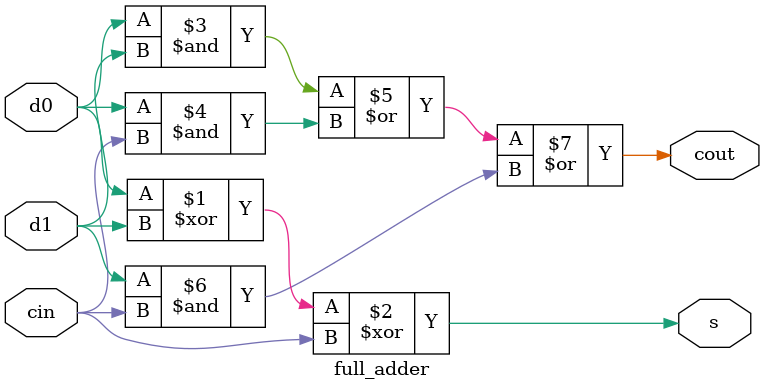
<source format=v>
module full_adder (
    input   d0,d1,cin,
    output  cout,s
);
    assign s    = d0 ^ d1 ^ cin;
    assign cout = (d0 & d1) | (d0 & cin) |(d1 & cin);

endmodule
</source>
